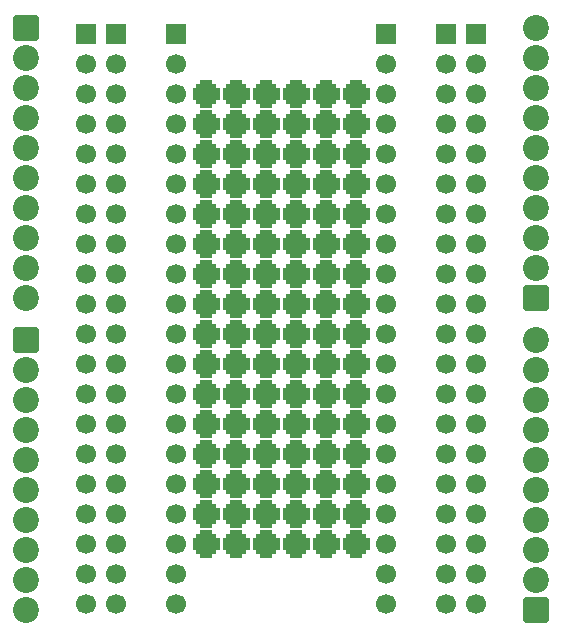
<source format=gbl>
G04 #@! TF.GenerationSoftware,KiCad,Pcbnew,9.0.6*
G04 #@! TF.CreationDate,2026-01-01T23:22:27-06:00*
G04 #@! TF.ProjectId,PiPico_BOB,50695069-636f-45f4-924f-422e6b696361,rev?*
G04 #@! TF.SameCoordinates,Original*
G04 #@! TF.FileFunction,Copper,L2,Bot*
G04 #@! TF.FilePolarity,Positive*
%FSLAX46Y46*%
G04 Gerber Fmt 4.6, Leading zero omitted, Abs format (unit mm)*
G04 Created by KiCad (PCBNEW 9.0.6) date 2026-01-01 23:22:27*
%MOMM*%
%LPD*%
G01*
G04 APERTURE LIST*
G04 Aperture macros list*
%AMRoundRect*
0 Rectangle with rounded corners*
0 $1 Rounding radius*
0 $2 $3 $4 $5 $6 $7 $8 $9 X,Y pos of 4 corners*
0 Add a 4 corners polygon primitive as box body*
4,1,4,$2,$3,$4,$5,$6,$7,$8,$9,$2,$3,0*
0 Add four circle primitives for the rounded corners*
1,1,$1+$1,$2,$3*
1,1,$1+$1,$4,$5*
1,1,$1+$1,$6,$7*
1,1,$1+$1,$8,$9*
0 Add four rect primitives between the rounded corners*
20,1,$1+$1,$2,$3,$4,$5,0*
20,1,$1+$1,$4,$5,$6,$7,0*
20,1,$1+$1,$6,$7,$8,$9,0*
20,1,$1+$1,$8,$9,$2,$3,0*%
G04 Aperture macros list end*
G04 #@! TA.AperFunction,ComponentPad*
%ADD10R,1.700000X1.700000*%
G04 #@! TD*
G04 #@! TA.AperFunction,ComponentPad*
%ADD11C,1.700000*%
G04 #@! TD*
G04 #@! TA.AperFunction,SMDPad,CuDef*
%ADD12R,0.500000X1.000000*%
G04 #@! TD*
G04 #@! TA.AperFunction,SMDPad,CuDef*
%ADD13R,1.000000X0.500000*%
G04 #@! TD*
G04 #@! TA.AperFunction,ComponentPad*
%ADD14R,1.800000X1.800000*%
G04 #@! TD*
G04 #@! TA.AperFunction,ComponentPad*
%ADD15C,2.200000*%
G04 #@! TD*
G04 #@! TA.AperFunction,ComponentPad*
%ADD16RoundRect,0.249999X0.850001X-0.850001X0.850001X0.850001X-0.850001X0.850001X-0.850001X-0.850001X0*%
G04 #@! TD*
G04 #@! TA.AperFunction,ComponentPad*
%ADD17RoundRect,0.249999X-0.850001X0.850001X-0.850001X-0.850001X0.850001X-0.850001X0.850001X0.850001X0*%
G04 #@! TD*
G04 APERTURE END LIST*
D10*
X78161295Y-58337363D03*
D11*
X78161295Y-60877363D03*
X78161295Y-63417363D03*
X78161295Y-65957363D03*
X78161295Y-68497363D03*
X78161295Y-71037363D03*
X78161295Y-73577363D03*
X78161295Y-76117363D03*
X78161295Y-78657363D03*
X78161295Y-81197363D03*
X78161295Y-83737363D03*
X78161295Y-86277363D03*
X78161295Y-88817363D03*
X78161295Y-91357363D03*
X78161295Y-93897363D03*
X78161295Y-96437363D03*
X78161295Y-98977363D03*
X78161295Y-101517363D03*
X78161295Y-104057363D03*
X78161295Y-106597363D03*
D10*
X75621295Y-58337363D03*
D11*
X75621295Y-60877363D03*
X75621295Y-63417363D03*
X75621295Y-65957363D03*
X75621295Y-68497363D03*
X75621295Y-71037363D03*
X75621295Y-73577363D03*
X75621295Y-76117363D03*
X75621295Y-78657363D03*
X75621295Y-81197363D03*
X75621295Y-83737363D03*
X75621295Y-86277363D03*
X75621295Y-88817363D03*
X75621295Y-91357363D03*
X75621295Y-93897363D03*
X75621295Y-96437363D03*
X75621295Y-98977363D03*
X75621295Y-101517363D03*
X75621295Y-104057363D03*
X75621295Y-106597363D03*
D12*
X97581295Y-101517363D03*
D13*
X98481295Y-100617363D03*
D14*
X98481295Y-101517363D03*
D13*
X98481295Y-102417363D03*
D12*
X99381295Y-101517363D03*
X97581295Y-98977363D03*
D13*
X98481295Y-98077363D03*
D14*
X98481295Y-98977363D03*
D13*
X98481295Y-99877363D03*
D12*
X99381295Y-98977363D03*
X97581295Y-96437363D03*
D13*
X98481295Y-95537363D03*
D14*
X98481295Y-96437363D03*
D13*
X98481295Y-97337363D03*
D12*
X99381295Y-96437363D03*
X97581295Y-93897363D03*
D13*
X98481295Y-92997363D03*
D14*
X98481295Y-93897363D03*
D13*
X98481295Y-94797363D03*
D12*
X99381295Y-93897363D03*
X97581295Y-91357363D03*
D13*
X98481295Y-90457363D03*
D14*
X98481295Y-91357363D03*
D13*
X98481295Y-92257363D03*
D12*
X99381295Y-91357363D03*
X97581295Y-88817363D03*
D13*
X98481295Y-87917363D03*
D14*
X98481295Y-88817363D03*
D13*
X98481295Y-89717363D03*
D12*
X99381295Y-88817363D03*
X97581295Y-86277363D03*
D13*
X98481295Y-85377363D03*
D14*
X98481295Y-86277363D03*
D13*
X98481295Y-87177363D03*
D12*
X99381295Y-86277363D03*
X97581295Y-83737363D03*
D13*
X98481295Y-82837363D03*
D14*
X98481295Y-83737363D03*
D13*
X98481295Y-84637363D03*
D12*
X99381295Y-83737363D03*
X97581295Y-81197363D03*
D13*
X98481295Y-80297363D03*
D14*
X98481295Y-81197363D03*
D13*
X98481295Y-82097363D03*
D12*
X99381295Y-81197363D03*
X97581295Y-78657363D03*
D13*
X98481295Y-77757363D03*
D14*
X98481295Y-78657363D03*
D13*
X98481295Y-79557363D03*
D12*
X99381295Y-78657363D03*
X97581295Y-76117363D03*
D13*
X98481295Y-75217363D03*
D14*
X98481295Y-76117363D03*
D13*
X98481295Y-77017363D03*
D12*
X99381295Y-76117363D03*
X97581295Y-73577363D03*
D13*
X98481295Y-72677363D03*
D14*
X98481295Y-73577363D03*
D13*
X98481295Y-74477363D03*
D12*
X99381295Y-73577363D03*
X97581295Y-71037363D03*
D13*
X98481295Y-70137363D03*
D14*
X98481295Y-71037363D03*
D13*
X98481295Y-71937363D03*
D12*
X99381295Y-71037363D03*
X97581295Y-68497363D03*
D13*
X98481295Y-67597363D03*
D14*
X98481295Y-68497363D03*
D13*
X98481295Y-69397363D03*
D12*
X99381295Y-68497363D03*
X97581295Y-65957363D03*
D13*
X98481295Y-65057363D03*
D14*
X98481295Y-65957363D03*
D13*
X98481295Y-66857363D03*
D12*
X99381295Y-65957363D03*
X97581295Y-63417363D03*
D13*
X98481295Y-62517363D03*
D14*
X98481295Y-63417363D03*
D13*
X98481295Y-64317363D03*
D12*
X99381295Y-63417363D03*
X95041295Y-101517363D03*
D13*
X95941295Y-100617363D03*
D14*
X95941295Y-101517363D03*
D13*
X95941295Y-102417363D03*
D12*
X96841295Y-101517363D03*
X95041295Y-98977363D03*
D13*
X95941295Y-98077363D03*
D14*
X95941295Y-98977363D03*
D13*
X95941295Y-99877363D03*
D12*
X96841295Y-98977363D03*
X95041295Y-96437363D03*
D13*
X95941295Y-95537363D03*
D14*
X95941295Y-96437363D03*
D13*
X95941295Y-97337363D03*
D12*
X96841295Y-96437363D03*
X95041295Y-93897363D03*
D13*
X95941295Y-92997363D03*
D14*
X95941295Y-93897363D03*
D13*
X95941295Y-94797363D03*
D12*
X96841295Y-93897363D03*
X95041295Y-91357363D03*
D13*
X95941295Y-90457363D03*
D14*
X95941295Y-91357363D03*
D13*
X95941295Y-92257363D03*
D12*
X96841295Y-91357363D03*
X95041295Y-88817363D03*
D13*
X95941295Y-87917363D03*
D14*
X95941295Y-88817363D03*
D13*
X95941295Y-89717363D03*
D12*
X96841295Y-88817363D03*
X95041295Y-86277363D03*
D13*
X95941295Y-85377363D03*
D14*
X95941295Y-86277363D03*
D13*
X95941295Y-87177363D03*
D12*
X96841295Y-86277363D03*
X95041295Y-83737363D03*
D13*
X95941295Y-82837363D03*
D14*
X95941295Y-83737363D03*
D13*
X95941295Y-84637363D03*
D12*
X96841295Y-83737363D03*
X95041295Y-81197363D03*
D13*
X95941295Y-80297363D03*
D14*
X95941295Y-81197363D03*
D13*
X95941295Y-82097363D03*
D12*
X96841295Y-81197363D03*
X95041295Y-78657363D03*
D13*
X95941295Y-77757363D03*
D14*
X95941295Y-78657363D03*
D13*
X95941295Y-79557363D03*
D12*
X96841295Y-78657363D03*
X95041295Y-76117363D03*
D13*
X95941295Y-75217363D03*
D14*
X95941295Y-76117363D03*
D13*
X95941295Y-77017363D03*
D12*
X96841295Y-76117363D03*
X95041295Y-73577363D03*
D13*
X95941295Y-72677363D03*
D14*
X95941295Y-73577363D03*
D13*
X95941295Y-74477363D03*
D12*
X96841295Y-73577363D03*
X95041295Y-71037363D03*
D13*
X95941295Y-70137363D03*
D14*
X95941295Y-71037363D03*
D13*
X95941295Y-71937363D03*
D12*
X96841295Y-71037363D03*
X95041295Y-68497363D03*
D13*
X95941295Y-67597363D03*
D14*
X95941295Y-68497363D03*
D13*
X95941295Y-69397363D03*
D12*
X96841295Y-68497363D03*
X95041295Y-65957363D03*
D13*
X95941295Y-65057363D03*
D14*
X95941295Y-65957363D03*
D13*
X95941295Y-66857363D03*
D12*
X96841295Y-65957363D03*
X95041295Y-63417363D03*
D13*
X95941295Y-62517363D03*
D14*
X95941295Y-63417363D03*
D13*
X95941295Y-64317363D03*
D12*
X96841295Y-63417363D03*
X92501295Y-101517363D03*
D13*
X93401295Y-100617363D03*
D14*
X93401295Y-101517363D03*
D13*
X93401295Y-102417363D03*
D12*
X94301295Y-101517363D03*
X92501295Y-98977363D03*
D13*
X93401295Y-98077363D03*
D14*
X93401295Y-98977363D03*
D13*
X93401295Y-99877363D03*
D12*
X94301295Y-98977363D03*
X92501295Y-96437363D03*
D13*
X93401295Y-95537363D03*
D14*
X93401295Y-96437363D03*
D13*
X93401295Y-97337363D03*
D12*
X94301295Y-96437363D03*
X92501295Y-93897363D03*
D13*
X93401295Y-92997363D03*
D14*
X93401295Y-93897363D03*
D13*
X93401295Y-94797363D03*
D12*
X94301295Y-93897363D03*
X92501295Y-91357363D03*
D13*
X93401295Y-90457363D03*
D14*
X93401295Y-91357363D03*
D13*
X93401295Y-92257363D03*
D12*
X94301295Y-91357363D03*
X92501295Y-88817363D03*
D13*
X93401295Y-87917363D03*
D14*
X93401295Y-88817363D03*
D13*
X93401295Y-89717363D03*
D12*
X94301295Y-88817363D03*
X92501295Y-86277363D03*
D13*
X93401295Y-85377363D03*
D14*
X93401295Y-86277363D03*
D13*
X93401295Y-87177363D03*
D12*
X94301295Y-86277363D03*
X92501295Y-83737363D03*
D13*
X93401295Y-82837363D03*
D14*
X93401295Y-83737363D03*
D13*
X93401295Y-84637363D03*
D12*
X94301295Y-83737363D03*
X92501295Y-81197363D03*
D13*
X93401295Y-80297363D03*
D14*
X93401295Y-81197363D03*
D13*
X93401295Y-82097363D03*
D12*
X94301295Y-81197363D03*
X92501295Y-78657363D03*
D13*
X93401295Y-77757363D03*
D14*
X93401295Y-78657363D03*
D13*
X93401295Y-79557363D03*
D12*
X94301295Y-78657363D03*
X92501295Y-76117363D03*
D13*
X93401295Y-75217363D03*
D14*
X93401295Y-76117363D03*
D13*
X93401295Y-77017363D03*
D12*
X94301295Y-76117363D03*
X92501295Y-73577363D03*
D13*
X93401295Y-72677363D03*
D14*
X93401295Y-73577363D03*
D13*
X93401295Y-74477363D03*
D12*
X94301295Y-73577363D03*
X92501295Y-71037363D03*
D13*
X93401295Y-70137363D03*
D14*
X93401295Y-71037363D03*
D13*
X93401295Y-71937363D03*
D12*
X94301295Y-71037363D03*
X92501295Y-68497363D03*
D13*
X93401295Y-67597363D03*
D14*
X93401295Y-68497363D03*
D13*
X93401295Y-69397363D03*
D12*
X94301295Y-68497363D03*
X92501295Y-65957363D03*
D13*
X93401295Y-65057363D03*
D14*
X93401295Y-65957363D03*
D13*
X93401295Y-66857363D03*
D12*
X94301295Y-65957363D03*
X92501295Y-63417363D03*
D13*
X93401295Y-62517363D03*
D14*
X93401295Y-63417363D03*
D13*
X93401295Y-64317363D03*
D12*
X94301295Y-63417363D03*
X89961295Y-101517363D03*
D13*
X90861295Y-100617363D03*
D14*
X90861295Y-101517363D03*
D13*
X90861295Y-102417363D03*
D12*
X91761295Y-101517363D03*
X89961295Y-98977363D03*
D13*
X90861295Y-98077363D03*
D14*
X90861295Y-98977363D03*
D13*
X90861295Y-99877363D03*
D12*
X91761295Y-98977363D03*
X89961295Y-96437363D03*
D13*
X90861295Y-95537363D03*
D14*
X90861295Y-96437363D03*
D13*
X90861295Y-97337363D03*
D12*
X91761295Y-96437363D03*
X89961295Y-93897363D03*
D13*
X90861295Y-92997363D03*
D14*
X90861295Y-93897363D03*
D13*
X90861295Y-94797363D03*
D12*
X91761295Y-93897363D03*
X89961295Y-91357363D03*
D13*
X90861295Y-90457363D03*
D14*
X90861295Y-91357363D03*
D13*
X90861295Y-92257363D03*
D12*
X91761295Y-91357363D03*
X89961295Y-88817363D03*
D13*
X90861295Y-87917363D03*
D14*
X90861295Y-88817363D03*
D13*
X90861295Y-89717363D03*
D12*
X91761295Y-88817363D03*
X89961295Y-86277363D03*
D13*
X90861295Y-85377363D03*
D14*
X90861295Y-86277363D03*
D13*
X90861295Y-87177363D03*
D12*
X91761295Y-86277363D03*
X89961295Y-83737363D03*
D13*
X90861295Y-82837363D03*
D14*
X90861295Y-83737363D03*
D13*
X90861295Y-84637363D03*
D12*
X91761295Y-83737363D03*
X89961295Y-81197363D03*
D13*
X90861295Y-80297363D03*
D14*
X90861295Y-81197363D03*
D13*
X90861295Y-82097363D03*
D12*
X91761295Y-81197363D03*
X89961295Y-78657363D03*
D13*
X90861295Y-77757363D03*
D14*
X90861295Y-78657363D03*
D13*
X90861295Y-79557363D03*
D12*
X91761295Y-78657363D03*
X89961295Y-76117363D03*
D13*
X90861295Y-75217363D03*
D14*
X90861295Y-76117363D03*
D13*
X90861295Y-77017363D03*
D12*
X91761295Y-76117363D03*
X89961295Y-73577363D03*
D13*
X90861295Y-72677363D03*
D14*
X90861295Y-73577363D03*
D13*
X90861295Y-74477363D03*
D12*
X91761295Y-73577363D03*
X89961295Y-71037363D03*
D13*
X90861295Y-70137363D03*
D14*
X90861295Y-71037363D03*
D13*
X90861295Y-71937363D03*
D12*
X91761295Y-71037363D03*
X89961295Y-68497363D03*
D13*
X90861295Y-67597363D03*
D14*
X90861295Y-68497363D03*
D13*
X90861295Y-69397363D03*
D12*
X91761295Y-68497363D03*
X89961295Y-65957363D03*
D13*
X90861295Y-65057363D03*
D14*
X90861295Y-65957363D03*
D13*
X90861295Y-66857363D03*
D12*
X91761295Y-65957363D03*
X89961295Y-63417363D03*
D13*
X90861295Y-62517363D03*
D14*
X90861295Y-63417363D03*
D13*
X90861295Y-64317363D03*
D12*
X91761295Y-63417363D03*
X87421295Y-101517363D03*
D13*
X88321295Y-100617363D03*
D14*
X88321295Y-101517363D03*
D13*
X88321295Y-102417363D03*
D12*
X89221295Y-101517363D03*
X87421295Y-98977363D03*
D13*
X88321295Y-98077363D03*
D14*
X88321295Y-98977363D03*
D13*
X88321295Y-99877363D03*
D12*
X89221295Y-98977363D03*
X87421295Y-96437363D03*
D13*
X88321295Y-95537363D03*
D14*
X88321295Y-96437363D03*
D13*
X88321295Y-97337363D03*
D12*
X89221295Y-96437363D03*
X87421295Y-93897363D03*
D13*
X88321295Y-92997363D03*
D14*
X88321295Y-93897363D03*
D13*
X88321295Y-94797363D03*
D12*
X89221295Y-93897363D03*
X87421295Y-91357363D03*
D13*
X88321295Y-90457363D03*
D14*
X88321295Y-91357363D03*
D13*
X88321295Y-92257363D03*
D12*
X89221295Y-91357363D03*
X87421295Y-88817363D03*
D13*
X88321295Y-87917363D03*
D14*
X88321295Y-88817363D03*
D13*
X88321295Y-89717363D03*
D12*
X89221295Y-88817363D03*
X87421295Y-86277363D03*
D13*
X88321295Y-85377363D03*
D14*
X88321295Y-86277363D03*
D13*
X88321295Y-87177363D03*
D12*
X89221295Y-86277363D03*
X87421295Y-83737363D03*
D13*
X88321295Y-82837363D03*
D14*
X88321295Y-83737363D03*
D13*
X88321295Y-84637363D03*
D12*
X89221295Y-83737363D03*
X87421295Y-81197363D03*
D13*
X88321295Y-80297363D03*
D14*
X88321295Y-81197363D03*
D13*
X88321295Y-82097363D03*
D12*
X89221295Y-81197363D03*
X87421295Y-78657363D03*
D13*
X88321295Y-77757363D03*
D14*
X88321295Y-78657363D03*
D13*
X88321295Y-79557363D03*
D12*
X89221295Y-78657363D03*
X87421295Y-76117363D03*
D13*
X88321295Y-75217363D03*
D14*
X88321295Y-76117363D03*
D13*
X88321295Y-77017363D03*
D12*
X89221295Y-76117363D03*
X87421295Y-73577363D03*
D13*
X88321295Y-72677363D03*
D14*
X88321295Y-73577363D03*
D13*
X88321295Y-74477363D03*
D12*
X89221295Y-73577363D03*
X87421295Y-71037363D03*
D13*
X88321295Y-70137363D03*
D14*
X88321295Y-71037363D03*
D13*
X88321295Y-71937363D03*
D12*
X89221295Y-71037363D03*
X87421295Y-68497363D03*
D13*
X88321295Y-67597363D03*
D14*
X88321295Y-68497363D03*
D13*
X88321295Y-69397363D03*
D12*
X89221295Y-68497363D03*
X87421295Y-65957363D03*
D13*
X88321295Y-65057363D03*
D14*
X88321295Y-65957363D03*
D13*
X88321295Y-66857363D03*
D12*
X89221295Y-65957363D03*
X87421295Y-63417363D03*
D13*
X88321295Y-62517363D03*
D14*
X88321295Y-63417363D03*
D13*
X88321295Y-64317363D03*
D12*
X89221295Y-63417363D03*
D15*
X113721295Y-84237363D03*
X113721295Y-86777363D03*
X113721295Y-89317363D03*
X113721295Y-91857363D03*
X113721295Y-94397363D03*
X113721295Y-96937363D03*
X113721295Y-99477363D03*
X113721295Y-102017363D03*
X113721295Y-104557363D03*
D16*
X113721295Y-107097363D03*
D11*
X83241295Y-106597363D03*
X83241295Y-104057363D03*
X83241295Y-101517363D03*
X83241295Y-98977363D03*
X83241295Y-96437363D03*
X83241295Y-93897363D03*
X83241295Y-91357363D03*
X83241295Y-88817363D03*
X83241295Y-86277363D03*
X83241295Y-83737363D03*
X83241295Y-81197363D03*
X83241295Y-78657363D03*
X83241295Y-76117363D03*
X83241295Y-73577363D03*
X83241295Y-71037363D03*
X83241295Y-68497363D03*
X83241295Y-65957363D03*
X83241295Y-63417363D03*
X83241295Y-60877363D03*
D10*
X83241295Y-58337363D03*
D11*
X106101295Y-106597363D03*
X106101295Y-104057363D03*
X106101295Y-101517363D03*
X106101295Y-98977363D03*
X106101295Y-96437363D03*
X106101295Y-93897363D03*
X106101295Y-91357363D03*
X106101295Y-88817363D03*
X106101295Y-86277363D03*
X106101295Y-83737363D03*
X106101295Y-81197363D03*
X106101295Y-78657363D03*
X106101295Y-76117363D03*
X106101295Y-73577363D03*
X106101295Y-71037363D03*
X106101295Y-68497363D03*
X106101295Y-65957363D03*
X106101295Y-63417363D03*
X106101295Y-60877363D03*
D10*
X106101295Y-58337363D03*
D15*
X70541295Y-107097363D03*
X70541295Y-104557363D03*
X70541295Y-102017364D03*
X70541295Y-99477363D03*
X70541295Y-96937363D03*
X70541295Y-94397363D03*
X70541295Y-91857363D03*
X70541295Y-89317362D03*
X70541295Y-86777363D03*
D17*
X70541295Y-84237363D03*
D11*
X101021295Y-106597363D03*
X101021295Y-104057363D03*
X101021295Y-101517363D03*
X101021295Y-98977363D03*
X101021295Y-96437363D03*
X101021295Y-93897363D03*
X101021295Y-91357363D03*
X101021295Y-88817363D03*
X101021295Y-86277363D03*
X101021295Y-83737363D03*
X101021295Y-81197363D03*
X101021295Y-78657363D03*
X101021295Y-76117363D03*
X101021295Y-73577363D03*
X101021295Y-71037363D03*
X101021295Y-68497363D03*
X101021295Y-65957363D03*
X101021295Y-63417363D03*
X101021295Y-60877363D03*
D10*
X101021295Y-58337363D03*
D15*
X70541295Y-80697363D03*
X70541295Y-78157363D03*
X70541295Y-75617363D03*
X70541295Y-73077363D03*
X70541295Y-70537363D03*
X70541295Y-67997363D03*
X70541295Y-65457363D03*
X70541295Y-62917363D03*
X70541295Y-60377363D03*
D17*
X70541295Y-57837363D03*
D15*
X113721295Y-57837363D03*
X113721295Y-60377363D03*
X113721295Y-62917362D03*
X113721295Y-65457363D03*
X113721295Y-67997363D03*
X113721295Y-70537363D03*
X113721295Y-73077363D03*
X113721295Y-75617364D03*
X113721295Y-78157363D03*
D16*
X113721295Y-80697363D03*
D11*
X108641295Y-106597363D03*
X108641295Y-104057363D03*
X108641295Y-101517363D03*
X108641295Y-98977363D03*
X108641295Y-96437363D03*
X108641295Y-93897363D03*
X108641295Y-91357363D03*
X108641295Y-88817363D03*
X108641295Y-86277363D03*
X108641295Y-83737363D03*
X108641295Y-81197363D03*
X108641295Y-78657363D03*
X108641295Y-76117363D03*
X108641295Y-73577363D03*
X108641295Y-71037363D03*
X108641295Y-68497363D03*
X108641295Y-65957363D03*
X108641295Y-63417363D03*
X108641295Y-60877363D03*
D10*
X108641295Y-58337363D03*
D12*
X84881295Y-101517363D03*
D13*
X85781295Y-100617363D03*
D14*
X85781295Y-101517363D03*
D13*
X85781295Y-102417363D03*
D12*
X86681295Y-101517363D03*
X84881295Y-98977363D03*
D13*
X85781295Y-98077363D03*
D14*
X85781295Y-98977363D03*
D13*
X85781295Y-99877363D03*
D12*
X86681295Y-98977363D03*
X84881295Y-96437363D03*
D13*
X85781295Y-95537363D03*
D14*
X85781295Y-96437363D03*
D13*
X85781295Y-97337363D03*
D12*
X86681295Y-96437363D03*
X84881295Y-93897363D03*
D13*
X85781295Y-92997363D03*
D14*
X85781295Y-93897363D03*
D13*
X85781295Y-94797363D03*
D12*
X86681295Y-93897363D03*
X84881295Y-91357363D03*
D13*
X85781295Y-90457363D03*
D14*
X85781295Y-91357363D03*
D13*
X85781295Y-92257363D03*
D12*
X86681295Y-91357363D03*
X84881295Y-88817363D03*
D13*
X85781295Y-87917363D03*
D14*
X85781295Y-88817363D03*
D13*
X85781295Y-89717363D03*
D12*
X86681295Y-88817363D03*
X84881295Y-86277363D03*
D13*
X85781295Y-85377363D03*
D14*
X85781295Y-86277363D03*
D13*
X85781295Y-87177363D03*
D12*
X86681295Y-86277363D03*
X84881295Y-83737363D03*
D13*
X85781295Y-82837363D03*
D14*
X85781295Y-83737363D03*
D13*
X85781295Y-84637363D03*
D12*
X86681295Y-83737363D03*
X84881295Y-81197363D03*
D13*
X85781295Y-80297363D03*
D14*
X85781295Y-81197363D03*
D13*
X85781295Y-82097363D03*
D12*
X86681295Y-81197363D03*
X84881295Y-78657363D03*
D13*
X85781295Y-77757363D03*
D14*
X85781295Y-78657363D03*
D13*
X85781295Y-79557363D03*
D12*
X86681295Y-78657363D03*
X84881295Y-76117363D03*
D13*
X85781295Y-75217363D03*
D14*
X85781295Y-76117363D03*
D13*
X85781295Y-77017363D03*
D12*
X86681295Y-76117363D03*
X84881295Y-73577363D03*
D13*
X85781295Y-72677363D03*
D14*
X85781295Y-73577363D03*
D13*
X85781295Y-74477363D03*
D12*
X86681295Y-73577363D03*
X84881295Y-71037363D03*
D13*
X85781295Y-70137363D03*
D14*
X85781295Y-71037363D03*
D13*
X85781295Y-71937363D03*
D12*
X86681295Y-71037363D03*
X84881295Y-68497363D03*
D13*
X85781295Y-67597363D03*
D14*
X85781295Y-68497363D03*
D13*
X85781295Y-69397363D03*
D12*
X86681295Y-68497363D03*
X84881295Y-65957363D03*
D13*
X85781295Y-65057363D03*
D14*
X85781295Y-65957363D03*
D13*
X85781295Y-66857363D03*
D12*
X86681295Y-65957363D03*
X84881295Y-63417363D03*
D13*
X85781295Y-62517363D03*
D14*
X85781295Y-63417363D03*
D13*
X85781295Y-64317363D03*
D12*
X86681295Y-63417363D03*
M02*

</source>
